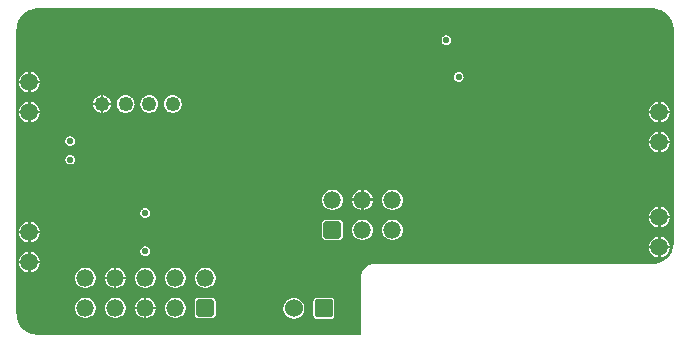
<source format=gbr>
%TF.GenerationSoftware,Altium Limited,Altium Designer,20.1.8 (145)*%
G04 Layer_Physical_Order=2*
G04 Layer_Color=36540*
%FSLAX45Y45*%
%MOMM*%
%TF.SameCoordinates,4FE69ECD-ABF1-445D-A2E8-605A74DE355E*%
%TF.FilePolarity,Positive*%
%TF.FileFunction,Copper,L2,Inr,Signal*%
%TF.Part,Single*%
G01*
G75*
%TA.AperFunction,ComponentPad*%
%ADD30C,1.25000*%
%ADD31C,1.50000*%
G04:AMPARAMS|DCode=32|XSize=1.5mm|YSize=1.45mm|CornerRadius=0.18125mm|HoleSize=0mm|Usage=FLASHONLY|Rotation=180.000|XOffset=0mm|YOffset=0mm|HoleType=Round|Shape=RoundedRectangle|*
%AMROUNDEDRECTD32*
21,1,1.50000,1.08750,0,0,180.0*
21,1,1.13750,1.45000,0,0,180.0*
1,1,0.36250,-0.56875,0.54375*
1,1,0.36250,0.56875,0.54375*
1,1,0.36250,0.56875,-0.54375*
1,1,0.36250,-0.56875,-0.54375*
%
%ADD32ROUNDEDRECTD32*%
%ADD33O,1.50000X1.45000*%
%TA.AperFunction,ViaPad*%
%ADD34C,3.60000*%
%TA.AperFunction,ComponentPad*%
%ADD35C,1.52400*%
G04:AMPARAMS|DCode=36|XSize=1.524mm|YSize=1.524mm|CornerRadius=0.1905mm|HoleSize=0mm|Usage=FLASHONLY|Rotation=180.000|XOffset=0mm|YOffset=0mm|HoleType=Round|Shape=RoundedRectangle|*
%AMROUNDEDRECTD36*
21,1,1.52400,1.14300,0,0,180.0*
21,1,1.14300,1.52400,0,0,180.0*
1,1,0.38100,-0.57150,0.57150*
1,1,0.38100,0.57150,0.57150*
1,1,0.38100,0.57150,-0.57150*
1,1,0.38100,-0.57150,-0.57150*
%
%ADD36ROUNDEDRECTD36*%
%TA.AperFunction,ViaPad*%
%ADD37C,0.56000*%
G36*
X5415880Y2781499D02*
X5431639Y2779424D01*
X5447156Y2775984D01*
X5462315Y2771205D01*
X5476999Y2765122D01*
X5491097Y2757783D01*
X5504502Y2749243D01*
X5517112Y2739567D01*
X5528831Y2728829D01*
X5539569Y2717111D01*
X5549244Y2704501D01*
X5557784Y2691096D01*
X5565123Y2676998D01*
X5571206Y2662313D01*
X5575986Y2647155D01*
X5579426Y2631637D01*
X5581500Y2615879D01*
X5582162Y2600724D01*
X5582067Y2600000D01*
Y800000D01*
X5582162Y799276D01*
X5581500Y784121D01*
X5579426Y768363D01*
X5575986Y752845D01*
X5571206Y737686D01*
X5565123Y723002D01*
X5557784Y708903D01*
X5549244Y695498D01*
X5539568Y682888D01*
X5528830Y671170D01*
X5517112Y660432D01*
X5504502Y650756D01*
X5491097Y642216D01*
X5476998Y634877D01*
X5462314Y628794D01*
X5447155Y624015D01*
X5431638Y620575D01*
X5415879Y618500D01*
X5400725Y617838D01*
X5400000Y617934D01*
X3068580Y617933D01*
X3050800Y617966D01*
X3037592Y617225D01*
X3033595Y616545D01*
X3024550Y615008D01*
X3011838Y611346D01*
X2999617Y606284D01*
X2988038Y599885D01*
X2977250Y592230D01*
X2967386Y583415D01*
X2958571Y573551D01*
X2950916Y562762D01*
X2944517Y551184D01*
X2939454Y538962D01*
X2935792Y526250D01*
X2934255Y517206D01*
X2933575Y513209D01*
X2932834Y500000D01*
X2932867D01*
Y17933D01*
X200000D01*
X199276Y17838D01*
X184121Y18500D01*
X168363Y20574D01*
X152845Y24014D01*
X137686Y28794D01*
X123002Y34876D01*
X108903Y42216D01*
X95498Y50756D01*
X82888Y60432D01*
X71170Y71170D01*
X60432Y82888D01*
X50756Y95498D01*
X42216Y108903D01*
X34876Y123002D01*
X28794Y137686D01*
X24014Y152845D01*
X20574Y168363D01*
X18500Y184121D01*
X17846Y199100D01*
X17934Y199769D01*
Y2599999D01*
X17838Y2600724D01*
X18500Y2615878D01*
X20574Y2631636D01*
X24014Y2647154D01*
X28794Y2662312D01*
X34876Y2676997D01*
X42216Y2691095D01*
X50756Y2704501D01*
X60432Y2717110D01*
X71170Y2728829D01*
X82888Y2739567D01*
X95498Y2749243D01*
X108903Y2757783D01*
X123002Y2765122D01*
X137686Y2771205D01*
X152845Y2775984D01*
X168363Y2779424D01*
X184121Y2781499D01*
X199276Y2782161D01*
X200000Y2782065D01*
X5400000D01*
X5400725Y2782161D01*
X5415880Y2781499D01*
D02*
G37*
%LPC*%
G36*
X3657600Y2553580D02*
X3649621Y2552794D01*
X3641950Y2550467D01*
X3634879Y2546688D01*
X3628682Y2541602D01*
X3623595Y2535404D01*
X3619816Y2528334D01*
X3617489Y2520662D01*
X3616703Y2512683D01*
X3617489Y2504705D01*
X3619816Y2497033D01*
X3623595Y2489962D01*
X3628682Y2483765D01*
X3634879Y2478679D01*
X3641950Y2474900D01*
X3649621Y2472572D01*
X3657600Y2471787D01*
X3665579Y2472572D01*
X3673250Y2474900D01*
X3680321Y2478679D01*
X3686518Y2483765D01*
X3691605Y2489962D01*
X3695384Y2497033D01*
X3697711Y2504705D01*
X3698497Y2512683D01*
X3697711Y2520662D01*
X3695384Y2528334D01*
X3691605Y2535404D01*
X3686518Y2541602D01*
X3680321Y2546688D01*
X3673250Y2550467D01*
X3665579Y2552794D01*
X3657600Y2553580D01*
D02*
G37*
G36*
X137160Y2246222D02*
Y2169160D01*
X214222D01*
X214136Y2170472D01*
X211893Y2181747D01*
X208198Y2192633D01*
X203113Y2202944D01*
X196726Y2212503D01*
X189146Y2221146D01*
X180503Y2228726D01*
X170944Y2235113D01*
X160633Y2240198D01*
X149747Y2243893D01*
X138472Y2246136D01*
X137160Y2246222D01*
D02*
G37*
G36*
X116840D02*
X115528Y2246136D01*
X104253Y2243893D01*
X93367Y2240198D01*
X83056Y2235113D01*
X73497Y2228726D01*
X64854Y2221146D01*
X57274Y2212503D01*
X50887Y2202944D01*
X45802Y2192633D01*
X42107Y2181747D01*
X39864Y2170472D01*
X39778Y2169160D01*
X116840D01*
Y2246222D01*
D02*
G37*
G36*
X3762416Y2243077D02*
X3754437Y2242291D01*
X3746765Y2239964D01*
X3739695Y2236185D01*
X3733497Y2231098D01*
X3728411Y2224901D01*
X3724632Y2217830D01*
X3722305Y2210159D01*
X3721519Y2202180D01*
X3722305Y2194201D01*
X3724632Y2186530D01*
X3728411Y2179459D01*
X3733497Y2173262D01*
X3739695Y2168175D01*
X3746765Y2164396D01*
X3754437Y2162069D01*
X3762416Y2161283D01*
X3770394Y2162069D01*
X3778066Y2164396D01*
X3785137Y2168175D01*
X3791334Y2173262D01*
X3796420Y2179459D01*
X3800199Y2186530D01*
X3802527Y2194201D01*
X3803312Y2202180D01*
X3802527Y2210159D01*
X3800199Y2217830D01*
X3796420Y2224901D01*
X3791334Y2231098D01*
X3785137Y2236185D01*
X3778066Y2239964D01*
X3770394Y2242291D01*
X3762416Y2243077D01*
D02*
G37*
G36*
X214222Y2148840D02*
X137160D01*
Y2071778D01*
X138472Y2071864D01*
X149747Y2074107D01*
X160633Y2077802D01*
X170944Y2082887D01*
X180503Y2089274D01*
X189146Y2096854D01*
X196726Y2105497D01*
X203113Y2115056D01*
X208198Y2125367D01*
X211893Y2136253D01*
X214136Y2147528D01*
X214222Y2148840D01*
D02*
G37*
G36*
X116840D02*
X39778D01*
X39864Y2147528D01*
X42107Y2136253D01*
X45802Y2125367D01*
X50887Y2115056D01*
X57274Y2105497D01*
X64854Y2096854D01*
X73497Y2089274D01*
X83056Y2082887D01*
X93367Y2077802D01*
X104253Y2074107D01*
X115528Y2071864D01*
X116840Y2071778D01*
Y2148840D01*
D02*
G37*
G36*
X752500Y2048232D02*
Y1983740D01*
X816992D01*
X815133Y1993085D01*
X811965Y2002419D01*
X807605Y2011261D01*
X802128Y2019457D01*
X795628Y2026868D01*
X788217Y2033368D01*
X780021Y2038845D01*
X771179Y2043205D01*
X761845Y2046373D01*
X752500Y2048232D01*
D02*
G37*
G36*
X732180D02*
X722835Y2046373D01*
X713500Y2043205D01*
X704659Y2038845D01*
X696463Y2033368D01*
X689051Y2026868D01*
X682552Y2019457D01*
X677075Y2011261D01*
X672715Y2002419D01*
X669547Y1993085D01*
X667688Y1983740D01*
X732180D01*
Y2048232D01*
D02*
G37*
G36*
X5471160Y1992222D02*
Y1915160D01*
X5548222D01*
X5548136Y1916472D01*
X5545893Y1927747D01*
X5542198Y1938633D01*
X5537113Y1948944D01*
X5530726Y1958503D01*
X5523146Y1967146D01*
X5514503Y1974726D01*
X5504944Y1981113D01*
X5494633Y1986198D01*
X5483747Y1989893D01*
X5472472Y1992136D01*
X5471160Y1992222D01*
D02*
G37*
G36*
X5450840D02*
X5449528Y1992136D01*
X5438253Y1989893D01*
X5427367Y1986198D01*
X5417056Y1981113D01*
X5407497Y1974726D01*
X5398854Y1967146D01*
X5391274Y1958503D01*
X5384887Y1948944D01*
X5379802Y1938633D01*
X5376107Y1927747D01*
X5373864Y1916472D01*
X5373778Y1915160D01*
X5450840D01*
Y1992222D01*
D02*
G37*
G36*
X137160D02*
Y1915160D01*
X214222D01*
X214136Y1916472D01*
X211893Y1927747D01*
X208198Y1938633D01*
X203113Y1948944D01*
X196726Y1958503D01*
X189146Y1967146D01*
X180503Y1974726D01*
X170944Y1981113D01*
X160633Y1986198D01*
X149747Y1989893D01*
X138472Y1992136D01*
X137160Y1992222D01*
D02*
G37*
G36*
X116840D02*
X115528Y1992136D01*
X104253Y1989893D01*
X93367Y1986198D01*
X83056Y1981113D01*
X73497Y1974726D01*
X64854Y1967146D01*
X57274Y1958503D01*
X50887Y1948944D01*
X45802Y1938633D01*
X42107Y1927747D01*
X39864Y1916472D01*
X39778Y1915160D01*
X116840D01*
Y1992222D01*
D02*
G37*
G36*
X816992Y1963420D02*
X752500D01*
Y1898928D01*
X761845Y1900787D01*
X771179Y1903955D01*
X780021Y1908315D01*
X788217Y1913792D01*
X795628Y1920292D01*
X802128Y1927703D01*
X807605Y1935899D01*
X811965Y1944741D01*
X815133Y1954075D01*
X816992Y1963420D01*
D02*
G37*
G36*
X732180D02*
X667688D01*
X669547Y1954075D01*
X672715Y1944741D01*
X677075Y1935899D01*
X682552Y1927703D01*
X689051Y1920292D01*
X696463Y1913792D01*
X704659Y1908315D01*
X713500Y1903955D01*
X722835Y1900787D01*
X732180Y1898928D01*
Y1963420D01*
D02*
G37*
G36*
X1342340Y2048941D02*
X1332503Y2048297D01*
X1322835Y2046373D01*
X1313501Y2043205D01*
X1304659Y2038845D01*
X1296463Y2033368D01*
X1289052Y2026868D01*
X1282552Y2019457D01*
X1277075Y2011261D01*
X1272715Y2002419D01*
X1269547Y1993085D01*
X1267623Y1983417D01*
X1266979Y1973580D01*
X1267623Y1963743D01*
X1269547Y1954075D01*
X1272715Y1944741D01*
X1277075Y1935899D01*
X1282552Y1927703D01*
X1289052Y1920292D01*
X1296463Y1913792D01*
X1304659Y1908315D01*
X1313501Y1903955D01*
X1322835Y1900787D01*
X1332503Y1898863D01*
X1342340Y1898219D01*
X1352177Y1898863D01*
X1361845Y1900787D01*
X1371179Y1903955D01*
X1380021Y1908315D01*
X1388217Y1913792D01*
X1395628Y1920292D01*
X1402128Y1927703D01*
X1407605Y1935899D01*
X1411965Y1944741D01*
X1415133Y1954075D01*
X1417057Y1963743D01*
X1417701Y1973580D01*
X1417057Y1983417D01*
X1415133Y1993085D01*
X1411965Y2002419D01*
X1407605Y2011261D01*
X1402128Y2019457D01*
X1395628Y2026868D01*
X1388217Y2033368D01*
X1380021Y2038845D01*
X1371179Y2043205D01*
X1361845Y2046373D01*
X1352177Y2048297D01*
X1342340Y2048941D01*
D02*
G37*
G36*
X1142340D02*
X1132503Y2048297D01*
X1122835Y2046373D01*
X1113500Y2043205D01*
X1104659Y2038845D01*
X1096463Y2033368D01*
X1089051Y2026868D01*
X1082552Y2019457D01*
X1077075Y2011261D01*
X1072715Y2002419D01*
X1069547Y1993085D01*
X1067623Y1983417D01*
X1066979Y1973580D01*
X1067623Y1963743D01*
X1069547Y1954075D01*
X1072715Y1944741D01*
X1077075Y1935899D01*
X1082552Y1927703D01*
X1089051Y1920292D01*
X1096463Y1913792D01*
X1104659Y1908315D01*
X1113500Y1903955D01*
X1122835Y1900787D01*
X1132503Y1898863D01*
X1142340Y1898219D01*
X1152177Y1898863D01*
X1161845Y1900787D01*
X1171179Y1903955D01*
X1180020Y1908315D01*
X1188217Y1913792D01*
X1195628Y1920292D01*
X1202128Y1927703D01*
X1207605Y1935899D01*
X1211965Y1944741D01*
X1215133Y1954075D01*
X1217056Y1963743D01*
X1217701Y1973580D01*
X1217056Y1983417D01*
X1215133Y1993085D01*
X1211965Y2002419D01*
X1207605Y2011261D01*
X1202128Y2019457D01*
X1195628Y2026868D01*
X1188217Y2033368D01*
X1180020Y2038845D01*
X1171179Y2043205D01*
X1161845Y2046373D01*
X1152177Y2048297D01*
X1142340Y2048941D01*
D02*
G37*
G36*
X942340D02*
X932503Y2048297D01*
X922835Y2046373D01*
X913501Y2043205D01*
X904659Y2038845D01*
X896463Y2033368D01*
X889052Y2026868D01*
X882552Y2019457D01*
X877075Y2011261D01*
X872715Y2002419D01*
X869547Y1993085D01*
X867623Y1983417D01*
X866979Y1973580D01*
X867623Y1963743D01*
X869547Y1954075D01*
X872715Y1944741D01*
X877075Y1935899D01*
X882552Y1927703D01*
X889052Y1920292D01*
X896463Y1913792D01*
X904659Y1908315D01*
X913501Y1903955D01*
X922835Y1900787D01*
X932503Y1898863D01*
X942340Y1898219D01*
X952177Y1898863D01*
X961845Y1900787D01*
X971179Y1903955D01*
X980021Y1908315D01*
X988217Y1913792D01*
X995628Y1920292D01*
X1002128Y1927703D01*
X1007605Y1935899D01*
X1011965Y1944741D01*
X1015133Y1954075D01*
X1017057Y1963743D01*
X1017701Y1973580D01*
X1017057Y1983417D01*
X1015133Y1993085D01*
X1011965Y2002419D01*
X1007605Y2011261D01*
X1002128Y2019457D01*
X995628Y2026868D01*
X988217Y2033368D01*
X980021Y2038845D01*
X971179Y2043205D01*
X961845Y2046373D01*
X952177Y2048297D01*
X942340Y2048941D01*
D02*
G37*
G36*
X5548222Y1894840D02*
X5471160D01*
Y1817778D01*
X5472472Y1817864D01*
X5483747Y1820107D01*
X5494633Y1823802D01*
X5504944Y1828887D01*
X5514503Y1835274D01*
X5523146Y1842854D01*
X5530726Y1851497D01*
X5537113Y1861056D01*
X5542198Y1871367D01*
X5545893Y1882253D01*
X5548136Y1893528D01*
X5548222Y1894840D01*
D02*
G37*
G36*
X5450840D02*
X5373778D01*
X5373864Y1893528D01*
X5376107Y1882253D01*
X5379802Y1871367D01*
X5384887Y1861056D01*
X5391274Y1851497D01*
X5398854Y1842854D01*
X5407497Y1835274D01*
X5417056Y1828887D01*
X5427367Y1823802D01*
X5438253Y1820107D01*
X5449528Y1817864D01*
X5450840Y1817778D01*
Y1894840D01*
D02*
G37*
G36*
X214222D02*
X137160D01*
Y1817778D01*
X138472Y1817864D01*
X149747Y1820107D01*
X160633Y1823802D01*
X170944Y1828887D01*
X180503Y1835274D01*
X189146Y1842854D01*
X196726Y1851497D01*
X203113Y1861056D01*
X208198Y1871367D01*
X211893Y1882253D01*
X214136Y1893528D01*
X214222Y1894840D01*
D02*
G37*
G36*
X116840D02*
X39778D01*
X39864Y1893528D01*
X42107Y1882253D01*
X45802Y1871367D01*
X50887Y1861056D01*
X57274Y1851497D01*
X64854Y1842854D01*
X73497Y1835274D01*
X83056Y1828887D01*
X93367Y1823802D01*
X104253Y1820107D01*
X115528Y1817864D01*
X116840Y1817778D01*
Y1894840D01*
D02*
G37*
G36*
X5471160Y1738222D02*
Y1661160D01*
X5548222D01*
X5548136Y1662472D01*
X5545893Y1673747D01*
X5542198Y1684633D01*
X5537113Y1694944D01*
X5530726Y1704503D01*
X5523146Y1713146D01*
X5514503Y1720726D01*
X5504944Y1727113D01*
X5494633Y1732198D01*
X5483747Y1735893D01*
X5472472Y1738136D01*
X5471160Y1738222D01*
D02*
G37*
G36*
X5450840D02*
X5449528Y1738136D01*
X5438253Y1735893D01*
X5427367Y1732198D01*
X5417056Y1727113D01*
X5407497Y1720726D01*
X5398854Y1713146D01*
X5391274Y1704503D01*
X5384887Y1694944D01*
X5379802Y1684633D01*
X5376107Y1673747D01*
X5373864Y1662472D01*
X5373778Y1661160D01*
X5450840D01*
Y1738222D01*
D02*
G37*
G36*
X472782Y1699517D02*
X464804Y1698731D01*
X457132Y1696404D01*
X450061Y1692625D01*
X443864Y1687538D01*
X438778Y1681341D01*
X434999Y1674270D01*
X432671Y1666599D01*
X431886Y1658620D01*
X432671Y1650641D01*
X434999Y1642970D01*
X438778Y1635899D01*
X443864Y1629702D01*
X450061Y1624615D01*
X457132Y1620836D01*
X464804Y1618509D01*
X472782Y1617723D01*
X480761Y1618509D01*
X488433Y1620836D01*
X495503Y1624615D01*
X501701Y1629702D01*
X506787Y1635899D01*
X510566Y1642970D01*
X512893Y1650641D01*
X513679Y1658620D01*
X512893Y1666599D01*
X510566Y1674270D01*
X506787Y1681341D01*
X501701Y1687538D01*
X495503Y1692625D01*
X488433Y1696404D01*
X480761Y1698731D01*
X472782Y1699517D01*
D02*
G37*
G36*
X5548222Y1640840D02*
X5471160D01*
Y1563778D01*
X5472472Y1563864D01*
X5483747Y1566107D01*
X5494633Y1569802D01*
X5504944Y1574887D01*
X5514503Y1581274D01*
X5523146Y1588854D01*
X5530726Y1597497D01*
X5537113Y1607056D01*
X5542198Y1617367D01*
X5545893Y1628253D01*
X5548136Y1639528D01*
X5548222Y1640840D01*
D02*
G37*
G36*
X5450840D02*
X5373778D01*
X5373864Y1639528D01*
X5376107Y1628253D01*
X5379802Y1617367D01*
X5384887Y1607056D01*
X5391274Y1597497D01*
X5398854Y1588854D01*
X5407497Y1581274D01*
X5417056Y1574887D01*
X5427367Y1569802D01*
X5438253Y1566107D01*
X5449528Y1563864D01*
X5450840Y1563778D01*
Y1640840D01*
D02*
G37*
G36*
X472782Y1542037D02*
X464804Y1541251D01*
X457132Y1538924D01*
X450061Y1535145D01*
X443864Y1530058D01*
X438778Y1523861D01*
X434999Y1516790D01*
X432671Y1509119D01*
X431886Y1501140D01*
X432671Y1493161D01*
X434999Y1485490D01*
X438778Y1478419D01*
X443864Y1472222D01*
X450061Y1467135D01*
X457132Y1463356D01*
X464804Y1461029D01*
X472782Y1460243D01*
X480761Y1461029D01*
X488433Y1463356D01*
X495503Y1467135D01*
X501701Y1472222D01*
X506787Y1478419D01*
X510566Y1485490D01*
X512893Y1493161D01*
X513679Y1501140D01*
X512893Y1509119D01*
X510566Y1516790D01*
X506787Y1523861D01*
X501701Y1530058D01*
X495503Y1535145D01*
X488433Y1538924D01*
X480761Y1541251D01*
X472782Y1542037D01*
D02*
G37*
G36*
X2957959Y1247198D02*
Y1172477D01*
X3035016D01*
X3034951Y1173462D01*
X3032772Y1184416D01*
X3029182Y1194992D01*
X3024242Y1205009D01*
X3018037Y1214295D01*
X3010673Y1222692D01*
X3002276Y1230056D01*
X2992990Y1236261D01*
X2982973Y1241201D01*
X2972397Y1244791D01*
X2961443Y1246970D01*
X2957959Y1247198D01*
D02*
G37*
G36*
X2937639D02*
X2934154Y1246970D01*
X2923200Y1244791D01*
X2912624Y1241201D01*
X2902607Y1236261D01*
X2893321Y1230056D01*
X2884924Y1222692D01*
X2877560Y1214295D01*
X2871355Y1205009D01*
X2866415Y1194992D01*
X2862825Y1184416D01*
X2860647Y1173462D01*
X2860582Y1172477D01*
X2937639D01*
Y1247198D01*
D02*
G37*
G36*
X3035016Y1152157D02*
X2957959D01*
Y1077437D01*
X2961443Y1077665D01*
X2972397Y1079844D01*
X2982973Y1083434D01*
X2992990Y1088373D01*
X3002276Y1094578D01*
X3010673Y1101942D01*
X3018037Y1110339D01*
X3024242Y1119626D01*
X3029182Y1129643D01*
X3032772Y1140218D01*
X3034951Y1151172D01*
X3035016Y1152157D01*
D02*
G37*
G36*
X2937639D02*
X2860582D01*
X2860647Y1151172D01*
X2862825Y1140218D01*
X2866415Y1129643D01*
X2871355Y1119626D01*
X2877560Y1110339D01*
X2884924Y1101942D01*
X2893321Y1094578D01*
X2902607Y1088373D01*
X2912624Y1083434D01*
X2923200Y1079844D01*
X2934154Y1077665D01*
X2937639Y1077437D01*
Y1152157D01*
D02*
G37*
G36*
X3204299Y1247700D02*
X3199299D01*
X3188154Y1246970D01*
X3177200Y1244791D01*
X3166624Y1241201D01*
X3156607Y1236261D01*
X3147321Y1230056D01*
X3138924Y1222692D01*
X3131560Y1214295D01*
X3125355Y1205009D01*
X3120415Y1194992D01*
X3116825Y1184416D01*
X3114647Y1173462D01*
X3113916Y1162317D01*
X3114647Y1151173D01*
X3116825Y1140219D01*
X3120415Y1129643D01*
X3125355Y1119626D01*
X3131560Y1110340D01*
X3138924Y1101943D01*
X3147321Y1094579D01*
X3156607Y1088374D01*
X3166624Y1083434D01*
X3177200Y1079844D01*
X3188154Y1077665D01*
X3199299Y1076935D01*
X3204299D01*
X3215443Y1077665D01*
X3226397Y1079844D01*
X3236973Y1083434D01*
X3246990Y1088374D01*
X3256276Y1094579D01*
X3264673Y1101943D01*
X3272037Y1110340D01*
X3278242Y1119626D01*
X3283182Y1129643D01*
X3286772Y1140219D01*
X3288951Y1151173D01*
X3289682Y1162317D01*
X3288951Y1173462D01*
X3286772Y1184416D01*
X3283182Y1194992D01*
X3278242Y1205009D01*
X3272037Y1214295D01*
X3264673Y1222692D01*
X3256276Y1230056D01*
X3246990Y1236261D01*
X3236973Y1241201D01*
X3226397Y1244791D01*
X3215443Y1246970D01*
X3204299Y1247700D01*
D02*
G37*
G36*
X2696299D02*
X2691299D01*
X2680154Y1246970D01*
X2669200Y1244791D01*
X2658624Y1241201D01*
X2648607Y1236261D01*
X2639321Y1230056D01*
X2630924Y1222692D01*
X2623560Y1214295D01*
X2617355Y1205009D01*
X2612415Y1194992D01*
X2608825Y1184416D01*
X2606647Y1173462D01*
X2605916Y1162317D01*
X2606647Y1151173D01*
X2608825Y1140219D01*
X2612415Y1129643D01*
X2617355Y1119626D01*
X2623560Y1110340D01*
X2630924Y1101943D01*
X2639321Y1094579D01*
X2648607Y1088374D01*
X2658624Y1083434D01*
X2669200Y1079844D01*
X2680154Y1077665D01*
X2691299Y1076935D01*
X2696299D01*
X2707443Y1077665D01*
X2718397Y1079844D01*
X2728973Y1083434D01*
X2738990Y1088374D01*
X2748276Y1094579D01*
X2756673Y1101943D01*
X2764037Y1110340D01*
X2770242Y1119626D01*
X2775182Y1129643D01*
X2778772Y1140219D01*
X2780951Y1151173D01*
X2781682Y1162317D01*
X2780951Y1173462D01*
X2778772Y1184416D01*
X2775182Y1194992D01*
X2770242Y1205009D01*
X2764037Y1214295D01*
X2756673Y1222692D01*
X2748276Y1230056D01*
X2738990Y1236261D01*
X2728973Y1241201D01*
X2718397Y1244791D01*
X2707443Y1246970D01*
X2696299Y1247700D01*
D02*
G37*
G36*
X5471160Y1103222D02*
Y1026160D01*
X5548222D01*
X5548136Y1027472D01*
X5545893Y1038747D01*
X5542198Y1049633D01*
X5537113Y1059944D01*
X5530726Y1069503D01*
X5523146Y1078146D01*
X5514503Y1085726D01*
X5504944Y1092113D01*
X5494633Y1097198D01*
X5483747Y1100893D01*
X5472472Y1103136D01*
X5471160Y1103222D01*
D02*
G37*
G36*
X5450840D02*
X5449528Y1103136D01*
X5438253Y1100893D01*
X5427367Y1097198D01*
X5417056Y1092113D01*
X5407497Y1085726D01*
X5398854Y1078146D01*
X5391274Y1069503D01*
X5384887Y1059944D01*
X5379802Y1049633D01*
X5376107Y1038747D01*
X5373864Y1027472D01*
X5373778Y1026160D01*
X5450840D01*
Y1103222D01*
D02*
G37*
G36*
X1108204Y1090803D02*
X1100226Y1090017D01*
X1092554Y1087690D01*
X1085483Y1083910D01*
X1079286Y1078824D01*
X1074200Y1072627D01*
X1070421Y1065556D01*
X1068093Y1057885D01*
X1067307Y1049906D01*
X1068093Y1041927D01*
X1070421Y1034255D01*
X1074200Y1027185D01*
X1079286Y1020988D01*
X1085483Y1015901D01*
X1092554Y1012122D01*
X1100226Y1009795D01*
X1108204Y1009009D01*
X1116183Y1009795D01*
X1123855Y1012122D01*
X1130925Y1015901D01*
X1137123Y1020988D01*
X1142209Y1027185D01*
X1145988Y1034255D01*
X1148315Y1041927D01*
X1149101Y1049906D01*
X1148315Y1057885D01*
X1145988Y1065556D01*
X1142209Y1072627D01*
X1137123Y1078824D01*
X1130925Y1083910D01*
X1123855Y1087690D01*
X1116183Y1090017D01*
X1108204Y1090803D01*
D02*
G37*
G36*
X5548222Y1005840D02*
X5471160D01*
Y928778D01*
X5472472Y928864D01*
X5483747Y931107D01*
X5494633Y934802D01*
X5504944Y939887D01*
X5514503Y946274D01*
X5523146Y953854D01*
X5530726Y962497D01*
X5537113Y972056D01*
X5542198Y982367D01*
X5545893Y993253D01*
X5548136Y1004528D01*
X5548222Y1005840D01*
D02*
G37*
G36*
X5450840D02*
X5373778D01*
X5373864Y1004528D01*
X5376107Y993253D01*
X5379802Y982367D01*
X5384887Y972056D01*
X5391274Y962497D01*
X5398854Y953854D01*
X5407497Y946274D01*
X5417056Y939887D01*
X5427367Y934802D01*
X5438253Y931107D01*
X5449528Y928864D01*
X5450840Y928778D01*
Y1005840D01*
D02*
G37*
G36*
X137160Y976222D02*
Y899160D01*
X214222D01*
X214136Y900472D01*
X211893Y911747D01*
X208198Y922633D01*
X203113Y932944D01*
X196726Y942503D01*
X189146Y951146D01*
X180503Y958726D01*
X170944Y965113D01*
X160633Y970198D01*
X149747Y973893D01*
X138472Y976136D01*
X137160Y976222D01*
D02*
G37*
G36*
X116840D02*
X115528Y976136D01*
X104253Y973893D01*
X93367Y970198D01*
X83056Y965113D01*
X73497Y958726D01*
X64854Y951146D01*
X57274Y942503D01*
X50887Y932944D01*
X45802Y922633D01*
X42107Y911747D01*
X39864Y900472D01*
X39778Y899160D01*
X116840D01*
Y976222D01*
D02*
G37*
G36*
X2750674Y993667D02*
X2636924D01*
X2630881Y993071D01*
X2625071Y991309D01*
X2619716Y988447D01*
X2615022Y984594D01*
X2611170Y979901D01*
X2608308Y974546D01*
X2606545Y968735D01*
X2605950Y962693D01*
Y853942D01*
X2606545Y847900D01*
X2608308Y842089D01*
X2611170Y836734D01*
X2615022Y832041D01*
X2619716Y828188D01*
X2625071Y825326D01*
X2630881Y823564D01*
X2636924Y822968D01*
X2750674D01*
X2756716Y823564D01*
X2762527Y825326D01*
X2767882Y828188D01*
X2772576Y832041D01*
X2776428Y836734D01*
X2779290Y842089D01*
X2781053Y847900D01*
X2781648Y853942D01*
Y962693D01*
X2781053Y968735D01*
X2779290Y974546D01*
X2776428Y979901D01*
X2772576Y984594D01*
X2767882Y988447D01*
X2762527Y991309D01*
X2756716Y993071D01*
X2750674Y993667D01*
D02*
G37*
G36*
X2950299Y993701D02*
X2945299D01*
X2934154Y992970D01*
X2923200Y990791D01*
X2912624Y987201D01*
X2902607Y982261D01*
X2893321Y976056D01*
X2884924Y968693D01*
X2877560Y960296D01*
X2871355Y951009D01*
X2866415Y940992D01*
X2862825Y930416D01*
X2860647Y919462D01*
X2859916Y908318D01*
X2860647Y897173D01*
X2862825Y886219D01*
X2866415Y875643D01*
X2871355Y865626D01*
X2877560Y856340D01*
X2884924Y847943D01*
X2893321Y840579D01*
X2902607Y834374D01*
X2912624Y829434D01*
X2923200Y825844D01*
X2934154Y823665D01*
X2945299Y822935D01*
X2950299D01*
X2961443Y823665D01*
X2972397Y825844D01*
X2982973Y829434D01*
X2992990Y834374D01*
X3002276Y840579D01*
X3010673Y847943D01*
X3018037Y856340D01*
X3024242Y865626D01*
X3029182Y875643D01*
X3032772Y886219D01*
X3034951Y897173D01*
X3035682Y908318D01*
X3034951Y919462D01*
X3032772Y930416D01*
X3029182Y940992D01*
X3024242Y951009D01*
X3018037Y960296D01*
X3010673Y968693D01*
X3002276Y976056D01*
X2992990Y982261D01*
X2982973Y987201D01*
X2972397Y990791D01*
X2961443Y992970D01*
X2950299Y993701D01*
D02*
G37*
G36*
X3204299Y993700D02*
X3199299D01*
X3188154Y992970D01*
X3177200Y990791D01*
X3166624Y987201D01*
X3156607Y982261D01*
X3147321Y976056D01*
X3138924Y968692D01*
X3131560Y960295D01*
X3125355Y951009D01*
X3120415Y940992D01*
X3116825Y930416D01*
X3114647Y919462D01*
X3113916Y908317D01*
X3114647Y897173D01*
X3116825Y886219D01*
X3120415Y875643D01*
X3125355Y865626D01*
X3131560Y856340D01*
X3138924Y847943D01*
X3147321Y840579D01*
X3156607Y834374D01*
X3166624Y829434D01*
X3177200Y825844D01*
X3188154Y823665D01*
X3199299Y822935D01*
X3204299D01*
X3215443Y823665D01*
X3226397Y825844D01*
X3236973Y829434D01*
X3246990Y834374D01*
X3256276Y840579D01*
X3264673Y847943D01*
X3272037Y856340D01*
X3278242Y865626D01*
X3283182Y875643D01*
X3286772Y886219D01*
X3288951Y897173D01*
X3289682Y908317D01*
X3288951Y919462D01*
X3286772Y930416D01*
X3283182Y940992D01*
X3278242Y951009D01*
X3272037Y960295D01*
X3264673Y968692D01*
X3256276Y976056D01*
X3246990Y982261D01*
X3236973Y987201D01*
X3226397Y990791D01*
X3215443Y992970D01*
X3204299Y993700D01*
D02*
G37*
G36*
X214222Y878840D02*
X137160D01*
Y801778D01*
X138472Y801864D01*
X149747Y804107D01*
X160633Y807802D01*
X170944Y812887D01*
X180503Y819274D01*
X189146Y826854D01*
X196726Y835497D01*
X203113Y845056D01*
X208198Y855367D01*
X211893Y866253D01*
X214136Y877528D01*
X214222Y878840D01*
D02*
G37*
G36*
X116840D02*
X39778D01*
X39864Y877528D01*
X42107Y866253D01*
X45802Y855367D01*
X50887Y845056D01*
X57274Y835497D01*
X64854Y826854D01*
X73497Y819274D01*
X83056Y812887D01*
X93367Y807802D01*
X104253Y804107D01*
X115528Y801864D01*
X116840Y801778D01*
Y878840D01*
D02*
G37*
G36*
X5471160Y849222D02*
Y772160D01*
X5548222D01*
X5548136Y773472D01*
X5545893Y784747D01*
X5542198Y795633D01*
X5537113Y805944D01*
X5530726Y815503D01*
X5523146Y824146D01*
X5514503Y831726D01*
X5504944Y838113D01*
X5494633Y843198D01*
X5483747Y846893D01*
X5472472Y849136D01*
X5471160Y849222D01*
D02*
G37*
G36*
X5450840D02*
X5449528Y849136D01*
X5438253Y846893D01*
X5427367Y843198D01*
X5417056Y838113D01*
X5407497Y831726D01*
X5398854Y824146D01*
X5391274Y815503D01*
X5384887Y805944D01*
X5379802Y795633D01*
X5376107Y784747D01*
X5373864Y773472D01*
X5373778Y772160D01*
X5450840D01*
Y849222D01*
D02*
G37*
G36*
X1108204Y766671D02*
X1100226Y765885D01*
X1092554Y763558D01*
X1085483Y759779D01*
X1079286Y754693D01*
X1074200Y748496D01*
X1070421Y741425D01*
X1068093Y733753D01*
X1067307Y725775D01*
X1068093Y717796D01*
X1070421Y710124D01*
X1074200Y703053D01*
X1079286Y696856D01*
X1085483Y691770D01*
X1092554Y687991D01*
X1100226Y685664D01*
X1108204Y684878D01*
X1116183Y685664D01*
X1123855Y687991D01*
X1130925Y691770D01*
X1137123Y696856D01*
X1142209Y703053D01*
X1145988Y710124D01*
X1148315Y717796D01*
X1149101Y725775D01*
X1148315Y733753D01*
X1145988Y741425D01*
X1142209Y748496D01*
X1137123Y754693D01*
X1130925Y759779D01*
X1123855Y763558D01*
X1116183Y765885D01*
X1108204Y766671D01*
D02*
G37*
G36*
X5548222Y751840D02*
X5471160D01*
Y674778D01*
X5472472Y674864D01*
X5483747Y677107D01*
X5494633Y680802D01*
X5504944Y685887D01*
X5514503Y692274D01*
X5523146Y699854D01*
X5530726Y708497D01*
X5537113Y718056D01*
X5542198Y728367D01*
X5545893Y739253D01*
X5548136Y750528D01*
X5548222Y751840D01*
D02*
G37*
G36*
X5450840D02*
X5373778D01*
X5373864Y750528D01*
X5376107Y739253D01*
X5379802Y728367D01*
X5384887Y718056D01*
X5391274Y708497D01*
X5398854Y699854D01*
X5407497Y692274D01*
X5417056Y685887D01*
X5427367Y680802D01*
X5438253Y677107D01*
X5449528Y674864D01*
X5450840Y674778D01*
Y751840D01*
D02*
G37*
G36*
X137160Y722222D02*
Y645160D01*
X214222D01*
X214136Y646472D01*
X211893Y657747D01*
X208198Y668633D01*
X203113Y678944D01*
X196726Y688503D01*
X189146Y697146D01*
X180503Y704726D01*
X170944Y711113D01*
X160633Y716198D01*
X149747Y719893D01*
X138472Y722136D01*
X137160Y722222D01*
D02*
G37*
G36*
X116840D02*
X115528Y722136D01*
X104253Y719893D01*
X93367Y716198D01*
X83056Y711113D01*
X73497Y704726D01*
X64854Y697146D01*
X57274Y688503D01*
X50887Y678944D01*
X45802Y668633D01*
X42107Y657747D01*
X39864Y646472D01*
X39778Y645160D01*
X116840D01*
Y722222D01*
D02*
G37*
G36*
X214222Y624840D02*
X137160D01*
Y547778D01*
X138472Y547864D01*
X149747Y550107D01*
X160633Y553802D01*
X170944Y558887D01*
X180503Y565274D01*
X189146Y572854D01*
X196726Y581497D01*
X203113Y591056D01*
X208198Y601367D01*
X211893Y612253D01*
X214136Y623528D01*
X214222Y624840D01*
D02*
G37*
G36*
X116840D02*
X39778D01*
X39864Y623528D01*
X42107Y612253D01*
X45802Y601367D01*
X50887Y591056D01*
X57274Y581497D01*
X64854Y572854D01*
X73497Y565274D01*
X83056Y558887D01*
X93367Y553802D01*
X104253Y550107D01*
X115528Y547864D01*
X116840Y547778D01*
Y624840D01*
D02*
G37*
G36*
X864364Y586341D02*
Y511620D01*
X941421D01*
X941357Y512605D01*
X939178Y523559D01*
X935588Y534135D01*
X930648Y544151D01*
X924443Y553438D01*
X917079Y561835D01*
X908682Y569199D01*
X899396Y575404D01*
X889379Y580344D01*
X878803Y583934D01*
X867849Y586112D01*
X864364Y586341D01*
D02*
G37*
G36*
X844044D02*
X840560Y586112D01*
X829606Y583934D01*
X819030Y580344D01*
X809013Y575404D01*
X799727Y569199D01*
X791330Y561835D01*
X783966Y553438D01*
X777761Y544151D01*
X772821Y534135D01*
X769231Y523559D01*
X767052Y512605D01*
X766988Y511620D01*
X844044D01*
Y586341D01*
D02*
G37*
G36*
X941421Y491300D02*
X864364D01*
Y416579D01*
X867849Y416808D01*
X878803Y418986D01*
X889379Y422576D01*
X899396Y427516D01*
X908682Y433721D01*
X917079Y441085D01*
X924443Y449482D01*
X930648Y458769D01*
X935588Y468785D01*
X939178Y479361D01*
X941357Y490315D01*
X941421Y491300D01*
D02*
G37*
G36*
X844044D02*
X766988D01*
X767052Y490315D01*
X769231Y479361D01*
X772821Y468785D01*
X777761Y458769D01*
X783966Y449482D01*
X791330Y441085D01*
X799727Y433721D01*
X809013Y427516D01*
X819030Y422576D01*
X829606Y418986D01*
X840560Y416808D01*
X844044Y416579D01*
Y491300D01*
D02*
G37*
G36*
X1618704Y586843D02*
X1613704D01*
X1602560Y586112D01*
X1591606Y583934D01*
X1581030Y580344D01*
X1571013Y575404D01*
X1561727Y569199D01*
X1553330Y561835D01*
X1545966Y553438D01*
X1539761Y544151D01*
X1534821Y534135D01*
X1531231Y523559D01*
X1529052Y512605D01*
X1528322Y501460D01*
X1529052Y490315D01*
X1531231Y479361D01*
X1534821Y468785D01*
X1539761Y458769D01*
X1545966Y449482D01*
X1553330Y441085D01*
X1561727Y433721D01*
X1571013Y427516D01*
X1581030Y422576D01*
X1591606Y418986D01*
X1602560Y416808D01*
X1613704Y416077D01*
X1618704D01*
X1629849Y416808D01*
X1640803Y418986D01*
X1651379Y422576D01*
X1661396Y427516D01*
X1670682Y433721D01*
X1679079Y441085D01*
X1686443Y449482D01*
X1692648Y458769D01*
X1697588Y468785D01*
X1701178Y479361D01*
X1703357Y490315D01*
X1704087Y501460D01*
X1703357Y512605D01*
X1701178Y523559D01*
X1697588Y534135D01*
X1692648Y544151D01*
X1686443Y553438D01*
X1679079Y561835D01*
X1670682Y569199D01*
X1661396Y575404D01*
X1651379Y580344D01*
X1640803Y583934D01*
X1629849Y586112D01*
X1618704Y586843D01*
D02*
G37*
G36*
X1364704D02*
X1359704D01*
X1348560Y586112D01*
X1337606Y583934D01*
X1327030Y580344D01*
X1317013Y575404D01*
X1307727Y569199D01*
X1299330Y561835D01*
X1291966Y553438D01*
X1285761Y544151D01*
X1280821Y534135D01*
X1277231Y523559D01*
X1275052Y512605D01*
X1274322Y501460D01*
X1275052Y490315D01*
X1277231Y479361D01*
X1280821Y468785D01*
X1285761Y458769D01*
X1291966Y449482D01*
X1299330Y441085D01*
X1307727Y433721D01*
X1317013Y427516D01*
X1327030Y422576D01*
X1337606Y418986D01*
X1348560Y416808D01*
X1359704Y416077D01*
X1364704D01*
X1375849Y416808D01*
X1386803Y418986D01*
X1397379Y422576D01*
X1407396Y427516D01*
X1416682Y433721D01*
X1425079Y441085D01*
X1432443Y449482D01*
X1438648Y458769D01*
X1443588Y468785D01*
X1447178Y479361D01*
X1449357Y490315D01*
X1450087Y501460D01*
X1449357Y512605D01*
X1447178Y523559D01*
X1443588Y534135D01*
X1438648Y544151D01*
X1432443Y553438D01*
X1425079Y561835D01*
X1416682Y569199D01*
X1407396Y575404D01*
X1397379Y580344D01*
X1386803Y583934D01*
X1375849Y586112D01*
X1364704Y586843D01*
D02*
G37*
G36*
X1110704D02*
X1105704D01*
X1094560Y586112D01*
X1083606Y583934D01*
X1073030Y580344D01*
X1063013Y575404D01*
X1053727Y569199D01*
X1045330Y561835D01*
X1037966Y553438D01*
X1031761Y544151D01*
X1026821Y534135D01*
X1023231Y523559D01*
X1021052Y512605D01*
X1020322Y501460D01*
X1021052Y490315D01*
X1023231Y479361D01*
X1026821Y468785D01*
X1031761Y458769D01*
X1037966Y449482D01*
X1045330Y441085D01*
X1053727Y433721D01*
X1063013Y427516D01*
X1073030Y422576D01*
X1083606Y418986D01*
X1094560Y416808D01*
X1105704Y416077D01*
X1110704D01*
X1121849Y416808D01*
X1132803Y418986D01*
X1143379Y422576D01*
X1153396Y427516D01*
X1162682Y433721D01*
X1171079Y441085D01*
X1178443Y449482D01*
X1184648Y458769D01*
X1189588Y468785D01*
X1193178Y479361D01*
X1195357Y490315D01*
X1196087Y501460D01*
X1195357Y512605D01*
X1193178Y523559D01*
X1189588Y534135D01*
X1184648Y544151D01*
X1178443Y553438D01*
X1171079Y561835D01*
X1162682Y569199D01*
X1153396Y575404D01*
X1143379Y580344D01*
X1132803Y583934D01*
X1121849Y586112D01*
X1110704Y586843D01*
D02*
G37*
G36*
X602704D02*
X597704D01*
X586560Y586112D01*
X575606Y583934D01*
X565030Y580344D01*
X555013Y575404D01*
X545727Y569199D01*
X537330Y561835D01*
X529966Y553438D01*
X523761Y544151D01*
X518821Y534135D01*
X515231Y523559D01*
X513052Y512605D01*
X512322Y501460D01*
X513052Y490315D01*
X515231Y479361D01*
X518821Y468785D01*
X523761Y458769D01*
X529966Y449482D01*
X537330Y441085D01*
X545727Y433721D01*
X555013Y427516D01*
X565030Y422576D01*
X575606Y418986D01*
X586560Y416808D01*
X597704Y416077D01*
X602704D01*
X613849Y416808D01*
X624803Y418986D01*
X635379Y422576D01*
X645396Y427516D01*
X654682Y433721D01*
X663079Y441085D01*
X670443Y449482D01*
X676648Y458769D01*
X681588Y468785D01*
X685178Y479361D01*
X687357Y490315D01*
X688087Y501460D01*
X687357Y512605D01*
X685178Y523559D01*
X681588Y534135D01*
X676648Y544151D01*
X670443Y553438D01*
X663079Y561835D01*
X654682Y569199D01*
X645396Y575404D01*
X635379Y580344D01*
X624803Y583934D01*
X613849Y586112D01*
X602704Y586843D01*
D02*
G37*
G36*
X1118364Y332341D02*
Y257620D01*
X1195421D01*
X1195357Y258605D01*
X1193178Y269559D01*
X1189588Y280135D01*
X1184648Y290151D01*
X1178443Y299438D01*
X1171079Y307835D01*
X1162682Y315199D01*
X1153396Y321404D01*
X1143379Y326344D01*
X1132803Y329934D01*
X1121849Y332112D01*
X1118364Y332341D01*
D02*
G37*
G36*
X1098044D02*
X1094560Y332112D01*
X1083606Y329934D01*
X1073030Y326344D01*
X1063013Y321404D01*
X1053727Y315199D01*
X1045330Y307835D01*
X1037966Y299438D01*
X1031761Y290151D01*
X1026821Y280135D01*
X1023231Y269559D01*
X1021052Y258605D01*
X1020988Y257620D01*
X1098044D01*
Y332341D01*
D02*
G37*
G36*
X1195421Y237300D02*
X1118364D01*
Y162579D01*
X1121849Y162808D01*
X1132803Y164986D01*
X1143379Y168576D01*
X1153396Y173516D01*
X1162682Y179721D01*
X1171079Y187085D01*
X1178443Y195482D01*
X1184648Y204769D01*
X1189588Y214785D01*
X1193178Y225361D01*
X1195357Y236315D01*
X1195421Y237300D01*
D02*
G37*
G36*
X1098044D02*
X1020988D01*
X1021052Y236315D01*
X1023231Y225361D01*
X1026821Y214785D01*
X1031761Y204769D01*
X1037966Y195482D01*
X1045330Y187085D01*
X1053727Y179721D01*
X1063013Y173516D01*
X1073030Y168576D01*
X1083606Y164986D01*
X1094560Y162808D01*
X1098044Y162579D01*
Y237300D01*
D02*
G37*
G36*
X1673079Y332809D02*
X1559329D01*
X1553287Y332214D01*
X1547476Y330451D01*
X1542121Y327589D01*
X1537427Y323737D01*
X1533575Y319043D01*
X1530713Y313688D01*
X1528950Y307878D01*
X1528355Y301835D01*
Y193085D01*
X1528950Y187042D01*
X1530713Y181232D01*
X1533575Y175877D01*
X1537427Y171183D01*
X1542121Y167331D01*
X1547476Y164469D01*
X1553287Y162706D01*
X1559329Y162111D01*
X1673079D01*
X1679122Y162706D01*
X1684932Y164469D01*
X1690287Y167331D01*
X1694981Y171183D01*
X1698833Y175877D01*
X1701695Y181232D01*
X1703458Y187042D01*
X1704053Y193085D01*
Y301835D01*
X1703458Y307878D01*
X1701695Y313688D01*
X1698833Y319043D01*
X1694981Y323737D01*
X1690287Y327589D01*
X1684932Y330451D01*
X1679122Y332214D01*
X1673079Y332809D01*
D02*
G37*
G36*
X1364704Y332843D02*
X1359704D01*
X1348560Y332112D01*
X1337606Y329934D01*
X1327030Y326344D01*
X1317013Y321404D01*
X1307727Y315199D01*
X1299330Y307835D01*
X1291966Y299438D01*
X1285761Y290151D01*
X1280821Y280135D01*
X1277231Y269559D01*
X1275052Y258605D01*
X1274322Y247460D01*
X1275052Y236315D01*
X1277231Y225361D01*
X1280821Y214785D01*
X1285761Y204769D01*
X1291966Y195482D01*
X1299330Y187085D01*
X1307727Y179721D01*
X1317013Y173516D01*
X1327030Y168576D01*
X1337606Y164986D01*
X1348560Y162808D01*
X1359704Y162077D01*
X1364704D01*
X1375849Y162808D01*
X1386803Y164986D01*
X1397379Y168576D01*
X1407396Y173516D01*
X1416682Y179721D01*
X1425079Y187085D01*
X1432443Y195482D01*
X1438648Y204769D01*
X1443588Y214785D01*
X1447178Y225361D01*
X1449357Y236315D01*
X1450087Y247460D01*
X1449357Y258605D01*
X1447178Y269559D01*
X1443588Y280135D01*
X1438648Y290151D01*
X1432443Y299438D01*
X1425079Y307835D01*
X1416682Y315199D01*
X1407396Y321404D01*
X1397379Y326344D01*
X1386803Y329934D01*
X1375849Y332112D01*
X1364704Y332843D01*
D02*
G37*
G36*
X856704D02*
X851704D01*
X840560Y332112D01*
X829606Y329934D01*
X819030Y326344D01*
X809013Y321404D01*
X799727Y315199D01*
X791330Y307835D01*
X783966Y299438D01*
X777761Y290151D01*
X772821Y280135D01*
X769231Y269559D01*
X767052Y258605D01*
X766322Y247460D01*
X767052Y236315D01*
X769231Y225361D01*
X772821Y214785D01*
X777761Y204769D01*
X783966Y195482D01*
X791330Y187085D01*
X799727Y179721D01*
X809013Y173516D01*
X819030Y168576D01*
X829606Y164986D01*
X840560Y162808D01*
X851704Y162077D01*
X856704D01*
X867849Y162808D01*
X878803Y164986D01*
X889379Y168576D01*
X899396Y173516D01*
X908682Y179721D01*
X917079Y187085D01*
X924443Y195482D01*
X930648Y204769D01*
X935588Y214785D01*
X939178Y225361D01*
X941357Y236315D01*
X942087Y247460D01*
X941357Y258605D01*
X939178Y269559D01*
X935588Y280135D01*
X930648Y290151D01*
X924443Y299438D01*
X917079Y307835D01*
X908682Y315199D01*
X899396Y321404D01*
X889379Y326344D01*
X878803Y329934D01*
X867849Y332112D01*
X856704Y332843D01*
D02*
G37*
G36*
X602704D02*
X597704D01*
X586560Y332112D01*
X575606Y329934D01*
X565030Y326344D01*
X555013Y321404D01*
X545727Y315199D01*
X537330Y307835D01*
X529966Y299438D01*
X523761Y290151D01*
X518821Y280135D01*
X515231Y269559D01*
X513052Y258605D01*
X512322Y247460D01*
X513052Y236315D01*
X515231Y225361D01*
X518821Y214785D01*
X523761Y204769D01*
X529966Y195482D01*
X537330Y187085D01*
X545727Y179721D01*
X555013Y173516D01*
X565030Y168576D01*
X575606Y164986D01*
X586560Y162808D01*
X597704Y162077D01*
X602704D01*
X613849Y162808D01*
X624803Y164986D01*
X635379Y168576D01*
X645396Y173516D01*
X654682Y179721D01*
X663079Y187085D01*
X670443Y195482D01*
X676648Y204769D01*
X681588Y214785D01*
X685178Y225361D01*
X687357Y236315D01*
X688087Y247460D01*
X687357Y258605D01*
X685178Y269559D01*
X681588Y280135D01*
X676648Y290151D01*
X670443Y299438D01*
X663079Y307835D01*
X654682Y315199D01*
X645396Y321404D01*
X635379Y326344D01*
X624803Y329934D01*
X613849Y332112D01*
X602704Y332843D01*
D02*
G37*
G36*
X2678430Y331624D02*
X2564130D01*
X2557906Y331011D01*
X2551921Y329195D01*
X2546406Y326247D01*
X2541571Y322279D01*
X2537603Y317445D01*
X2534655Y311929D01*
X2532839Y305944D01*
X2532227Y299720D01*
Y185420D01*
X2532839Y179196D01*
X2534655Y173211D01*
X2537603Y167695D01*
X2541571Y162861D01*
X2546406Y158893D01*
X2551921Y155945D01*
X2557906Y154129D01*
X2564130Y153516D01*
X2678430D01*
X2684654Y154129D01*
X2690639Y155945D01*
X2696155Y158893D01*
X2700990Y162861D01*
X2704957Y167695D01*
X2707905Y173211D01*
X2709721Y179196D01*
X2710334Y185420D01*
Y299720D01*
X2709721Y305944D01*
X2707905Y311929D01*
X2704957Y317445D01*
X2700990Y322279D01*
X2696155Y326247D01*
X2690639Y329195D01*
X2684654Y331011D01*
X2678430Y331624D01*
D02*
G37*
G36*
X2367280Y331661D02*
X2355652Y330898D01*
X2344222Y328625D01*
X2333187Y324879D01*
X2322735Y319725D01*
X2313045Y313250D01*
X2304284Y305567D01*
X2296600Y296805D01*
X2290125Y287116D01*
X2284971Y276664D01*
X2281225Y265628D01*
X2278952Y254199D01*
X2278189Y242570D01*
X2278952Y230941D01*
X2281225Y219512D01*
X2284971Y208476D01*
X2290125Y198024D01*
X2296600Y188335D01*
X2304284Y179573D01*
X2313045Y171890D01*
X2322735Y165415D01*
X2333187Y160261D01*
X2344222Y156515D01*
X2355652Y154241D01*
X2367280Y153479D01*
X2378909Y154241D01*
X2390339Y156515D01*
X2401374Y160261D01*
X2411826Y165415D01*
X2421515Y171890D01*
X2430277Y179573D01*
X2437961Y188335D01*
X2444435Y198024D01*
X2449589Y208476D01*
X2453335Y219512D01*
X2455609Y230941D01*
X2456371Y242570D01*
X2455609Y254199D01*
X2453335Y265628D01*
X2449589Y276664D01*
X2444435Y287116D01*
X2437961Y296805D01*
X2430277Y305567D01*
X2421515Y313250D01*
X2411826Y319725D01*
X2401374Y324879D01*
X2390339Y328625D01*
X2378909Y330898D01*
X2367280Y331661D01*
D02*
G37*
%LPD*%
D30*
X742340Y1973580D02*
D03*
X942340D02*
D03*
X1142340D02*
D03*
X1342340D02*
D03*
D31*
X5461000Y1016000D02*
D03*
Y762000D02*
D03*
X127000Y2159000D02*
D03*
Y1905000D02*
D03*
Y635000D02*
D03*
Y889000D02*
D03*
X5461000Y1905000D02*
D03*
Y1651000D02*
D03*
D32*
X1616204Y247460D02*
D03*
X2693799Y908317D02*
D03*
D33*
X1362204Y247460D02*
D03*
X1108204D02*
D03*
X854204D02*
D03*
X600204D02*
D03*
Y501460D02*
D03*
X854204D02*
D03*
X1108204D02*
D03*
X1362204D02*
D03*
X1616204D02*
D03*
X2947799Y908318D02*
D03*
X3201799Y908317D02*
D03*
Y1162317D02*
D03*
X2947799Y1162317D02*
D03*
X2693799Y1162317D02*
D03*
D34*
X200000Y200000D02*
D03*
Y2600000D02*
D03*
X5400000D02*
D03*
D35*
X2367280Y242570D02*
D03*
D36*
X2621280D02*
D03*
D37*
X2227226Y1074032D02*
D03*
X5377180Y2204509D02*
D03*
X5138501Y2373219D02*
D03*
X3881055Y2331348D02*
D03*
X3864228Y2237248D02*
D03*
X3781562Y2136202D02*
D03*
X4910877Y1829799D02*
D03*
Y2027919D02*
D03*
X3762416Y2202180D02*
D03*
X3657600Y2512683D02*
D03*
X3187700Y2603500D02*
D03*
X2600960Y604740D02*
D03*
X2462110Y732384D02*
D03*
Y668562D02*
D03*
Y604740D02*
D03*
X2054860Y909320D02*
D03*
X2237386D02*
D03*
X1788410Y1209198D02*
D03*
X1645951Y1218580D02*
D03*
X1371507Y1348910D02*
D03*
X1393570Y954980D02*
D03*
X1420170Y1198201D02*
D03*
X1706280Y798220D02*
D03*
X1846749Y797032D02*
D03*
X1878474Y890360D02*
D03*
X987865Y1811582D02*
D03*
X886460Y1869440D02*
D03*
X1243666Y1912436D02*
D03*
X2408284Y1815642D02*
D03*
X3025795Y2300461D02*
D03*
X504029Y1719802D02*
D03*
X577988Y1573833D02*
D03*
X538293Y1480450D02*
D03*
X458354Y1390742D02*
D03*
X2488166Y1108456D02*
D03*
X710878Y2754219D02*
D03*
X2905020Y45780D02*
D03*
X3041334Y1632838D02*
D03*
X2353172Y1309553D02*
D03*
X2488166Y1210176D02*
D03*
X2105302Y1584900D02*
D03*
X1732859Y1582360D02*
D03*
X3368777Y1926439D02*
D03*
X3042124Y1536198D02*
D03*
X3328967Y1813478D02*
D03*
X3103723Y1961598D02*
D03*
X3041334Y1899209D02*
D03*
X382481Y947711D02*
D03*
X393480Y1207075D02*
D03*
X604391Y1241134D02*
D03*
X670723Y1307880D02*
D03*
X841930Y1269749D02*
D03*
X913963Y1064638D02*
D03*
X642602Y1714307D02*
D03*
X1356250Y1681990D02*
D03*
X2833639Y889706D02*
D03*
X3411534Y1172437D02*
D03*
X3371317Y1265297D02*
D03*
X3401423Y1383903D02*
D03*
X3307323Y1408773D02*
D03*
X3401423Y1584563D02*
D03*
X3119830Y1242934D02*
D03*
X3357424Y1075149D02*
D03*
X3124041Y992878D02*
D03*
X3130696Y818274D02*
D03*
X3272902D02*
D03*
X3049698Y739880D02*
D03*
X3341203D02*
D03*
X5547360Y1371600D02*
D03*
X675881Y980440D02*
D03*
X398723Y623960D02*
D03*
X657860Y147320D02*
D03*
X1497330Y139880D02*
D03*
X894284Y45780D02*
D03*
X965558Y107581D02*
D03*
X3700999Y2593176D02*
D03*
X3539265Y2613016D02*
D03*
X2323995Y1924179D02*
D03*
X2324796Y1865231D02*
D03*
X2386216Y1616990D02*
D03*
X2398542Y1711090D02*
D03*
X50860Y1221740D02*
D03*
X2418240Y1517125D02*
D03*
X2714640Y1517758D02*
D03*
Y1638409D02*
D03*
Y1771486D02*
D03*
X2714829Y1979261D02*
D03*
X2418240Y1954000D02*
D03*
X2323917Y1546212D02*
D03*
X3335859Y2439917D02*
D03*
X50860Y1652177D02*
D03*
X341335Y1126143D02*
D03*
X334982Y1390957D02*
D03*
X398723Y486385D02*
D03*
X1864040Y618160D02*
D03*
X1161794Y611120D02*
D03*
X1001030Y760202D02*
D03*
X1408171Y616466D02*
D03*
X472782Y1658620D02*
D03*
Y1501140D02*
D03*
X226683Y1402080D02*
D03*
X2712638Y2125980D02*
D03*
X3368776Y2278169D02*
D03*
X2484120Y2753995D02*
D03*
X3700716Y2418140D02*
D03*
X1261299Y1292948D02*
D03*
X672088Y1569646D02*
D03*
X1732859Y1485720D02*
D03*
X1732497Y1876990D02*
D03*
Y1971090D02*
D03*
X1545991Y2224150D02*
D03*
X1714989D02*
D03*
X1630490Y2310874D02*
D03*
X1872639Y2125980D02*
D03*
X1155505Y978645D02*
D03*
X4910877Y1680330D02*
D03*
X776930Y1561397D02*
D03*
X1167664Y760186D02*
D03*
X2227226Y1285240D02*
D03*
X2139926Y1179636D02*
D03*
X2138211Y1286679D02*
D03*
X2053011Y1370499D02*
D03*
X2138211Y1452880D02*
D03*
X5547360Y2204509D02*
D03*
X5462712Y2099874D02*
D03*
X5222277Y2080260D02*
D03*
X5195473Y2177405D02*
D03*
X1495335Y700914D02*
D03*
X1407566Y782983D02*
D03*
X1931692Y226060D02*
D03*
X2104267Y225860D02*
D03*
X1108204Y1049906D02*
D03*
X936030Y1345203D02*
D03*
X2214400Y1988820D02*
D03*
X1992365Y330717D02*
D03*
X1864396Y416740D02*
D03*
X2072585D02*
D03*
X757338Y757621D02*
D03*
X1902640Y1286679D02*
D03*
Y1452880D02*
D03*
X1988820Y1369780D02*
D03*
X1463283Y1524553D02*
D03*
X3368777Y2104509D02*
D03*
X1002345Y1692985D02*
D03*
X1413107Y1776090D02*
D03*
X1483972Y45780D02*
D03*
X2600960Y668562D02*
D03*
X2600960Y732384D02*
D03*
X2531360Y574260D02*
D03*
Y762864D02*
D03*
X841930Y709136D02*
D03*
X1424304Y1616967D02*
D03*
X1108204Y725775D02*
D03*
X3680176Y2104509D02*
D03*
X1148553Y1565478D02*
D03*
X1069216Y1623848D02*
D03*
X1512976Y1843885D02*
D03*
X5089128Y645780D02*
D03*
X4395820D02*
D03*
X3702512D02*
D03*
X2104805Y1924179D02*
D03*
X906930Y1561397D02*
D03*
X920920Y970539D02*
D03*
X3680931Y2753995D02*
D03*
X3679482Y2278169D02*
D03*
X4620214Y2753995D02*
D03*
X2169160Y45780D02*
D03*
X1548883Y2741295D02*
D03*
X3523811Y2373519D02*
D03*
%TF.MD5,c585b71fe85eddc0c5b5d849764dafa0*%
M02*

</source>
